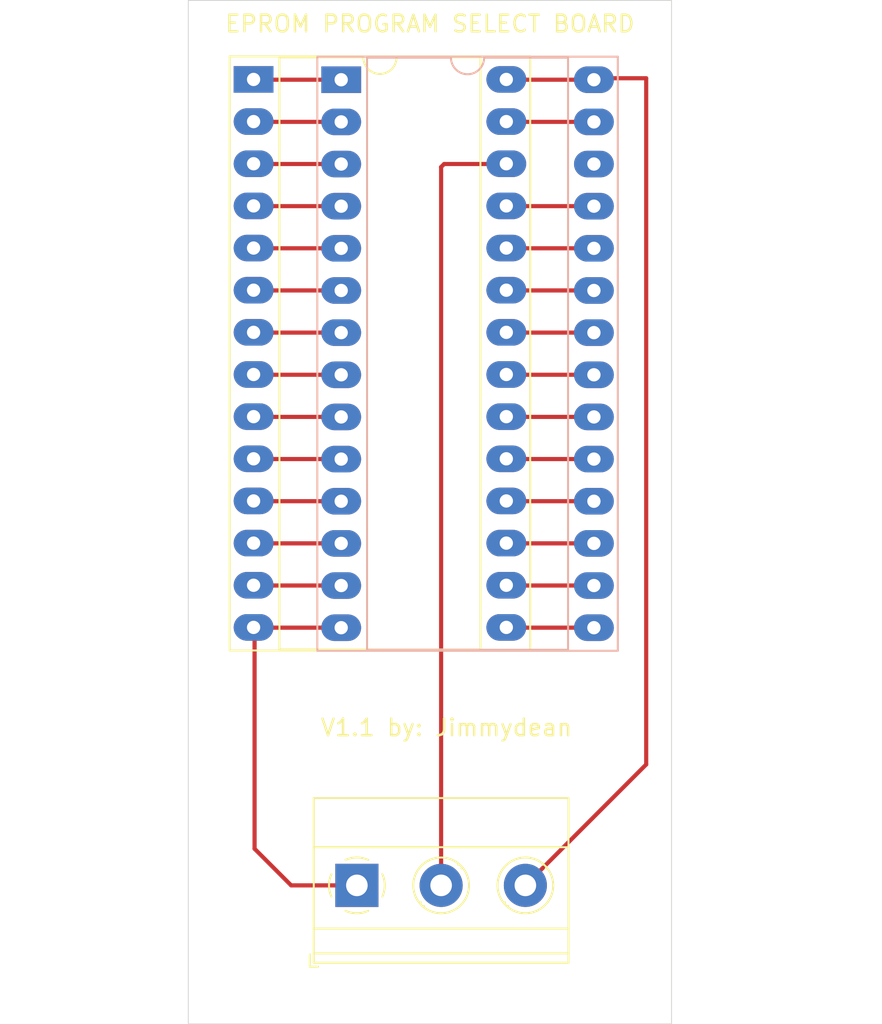
<source format=kicad_pcb>
(kicad_pcb (version 20211014) (generator pcbnew)
  (layers (0 "F.Cu" signal) (31 "B.Cu" signal) (34 "B.Paste" user) (35 "F.Paste" user) (36 "B.SilkS" user "B.Silkscreen") (37 "F.SilkS" user "F.Silkscreen") (38 "B.Mask" user) (39 "F.Mask" user) (44 "Edge.Cuts" user))
  (net 0 "")
  (footprint "Package_DIP:DIP-28_W15.24mm_Socket_LongPads" (layer "F.Cu") (at 60.792204 28.482025)
    (fp_text reference "REF**" hide)
    (fp_text value "DIP-28_W15.24mm_Socket_LongPads")
    (fp_line (start -1.44 -1.39) (end -1.44 34.41) (layer "B.SilkS") (width 0.12))
    (fp_line (start 1.56 34.35) (end 13.68 34.35) (layer "B.SilkS") (width 0.12))
    (fp_line (start 1.56 -1.33) (end 1.56 34.35) (layer "B.SilkS") (width 0.12))
    (fp_line (start 13.68 -1.33) (end 8.62 -1.33) (layer "B.SilkS") (width 0.12))
    (fp_line (start 13.68 34.35) (end 13.68 -1.33) (layer "B.SilkS") (width 0.12))
    (fp_line (start 16.68 34.41) (end 16.68 -1.39) (layer "B.SilkS") (width 0.12))
    (fp_line (start -1.44 34.41) (end 16.68 34.41) (layer "B.SilkS") (width 0.12))
    (fp_line (start 6.62 -1.33) (end 1.56 -1.33) (layer "B.SilkS") (width 0.12))
    (fp_line (start 16.68 -1.39) (end -1.44 -1.39) (layer "B.SilkS") (width 0.12))
    (fp_arc (start 8.62 -1.33) (mid 7.62 -0.33) (end 6.62 -1.33) (layer "B.SilkS") (width 0.12))
    (pad "1" thru_hole rect (at 0 0) (size 2.4 1.6) (drill 0.8) (layers *.Cu *.Mask))
    (pad "2" thru_hole oval (at 0 2.54) (size 2.4 1.6) (drill 0.8) (layers *.Cu *.Mask))
    (pad "3" thru_hole oval (at 0 5.08) (size 2.4 1.6) (drill 0.8) (layers *.Cu *.Mask))
    (pad "4" thru_hole oval (at 0 7.62) (size 2.4 1.6) (drill 0.8) (layers *.Cu *.Mask))
    (pad "5" thru_hole oval (at 0 10.16) (size 2.4 1.6) (drill 0.8) (layers *.Cu *.Mask))
    (pad "6" thru_hole oval (at 0 12.7) (size 2.4 1.6) (drill 0.8) (layers *.Cu *.Mask))
    (pad "7" thru_hole oval (at 0 15.24) (size 2.4 1.6) (drill 0.8) (layers *.Cu *.Mask))
    (pad "8" thru_hole oval (at 0 17.78) (size 2.4 1.6) (drill 0.8) (layers *.Cu *.Mask))
    (pad "9" thru_hole oval (at 0 20.32) (size 2.4 1.6) (drill 0.8) (layers *.Cu *.Mask))
    (pad "10" thru_hole oval (at 0 22.86) (size 2.4 1.6) (drill 0.8) (layers *.Cu *.Mask))
    (pad "11" thru_hole oval (at 0 25.4) (size 2.4 1.6) (drill 0.8) (layers *.Cu *.Mask))
    (pad "12" thru_hole oval (at 0 27.94) (size 2.4 1.6) (drill 0.8) (layers *.Cu *.Mask))
    (pad "13" thru_hole oval (at 0 30.48) (size 2.4 1.6) (drill 0.8) (layers *.Cu *.Mask))
    (pad "14" thru_hole oval (at 0 33.02) (size 2.4 1.6) (drill 0.8) (layers *.Cu *.Mask))
    (pad "15" thru_hole oval (at 15.24 33.02) (size 2.4 1.6) (drill 0.8) (layers *.Cu *.Mask))
    (pad "16" thru_hole oval (at 15.24 30.48) (size 2.4 1.6) (drill 0.8) (layers *.Cu *.Mask))
    (pad "17" thru_hole oval (at 15.24 27.94) (size 2.4 1.6) (drill 0.8) (layers *.Cu *.Mask))
    (pad "18" thru_hole oval (at 15.24 25.4) (size 2.4 1.6) (drill 0.8) (layers *.Cu *.Mask))
    (pad "19" thru_hole oval (at 15.24 22.86) (size 2.4 1.6) (drill 0.8) (layers *.Cu *.Mask))
    (pad "20" thru_hole oval (at 15.24 20.32) (size 2.4 1.6) (drill 0.8) (layers *.Cu *.Mask))
    (pad "21" thru_hole oval (at 15.24 17.78) (size 2.4 1.6) (drill 0.8) (layers *.Cu *.Mask))
    (pad "22" thru_hole oval (at 15.24 15.24) (size 2.4 1.6) (drill 0.8) (layers *.Cu *.Mask))
    (pad "23" thru_hole oval (at 15.24 12.7) (size 2.4 1.6) (drill 0.8) (layers *.Cu *.Mask))
    (pad "24" thru_hole oval (at 15.24 10.16) (size 2.4 1.6) (drill 0.8) (layers *.Cu *.Mask))
    (pad "25" thru_hole oval (at 15.24 7.62) (size 2.4 1.6) (drill 0.8) (layers *.Cu *.Mask))
    (pad "26" thru_hole oval (at 15.24 5.08) (size 2.4 1.6) (drill 0.8) (layers *.Cu *.Mask))
    (pad "27" thru_hole oval (at 15.24 2.54) (size 2.4 1.6) (drill 0.8) (layers *.Cu *.Mask))
    (pad "28" thru_hole oval (at 15.24 0) (size 2.4 1.6) (drill 0.8) (layers *.Cu *.Mask))
  )
  (footprint "Package_DIP:DIP-28_W15.24mm_Socket_LongPads" (layer "F.Cu") (at 55.50892 28.464478)
    (fp_text reference "EPROM PROGRAM SELECT BOARD" (at 10.637574 -3.356218) (layer "F.SilkS"))
    (fp_text value "DIP-28_W15.24mm_Socket_LongPads")
    (fp_line (start -1.44 -1.39) (end -1.44 34.41) (layer "F.SilkS") (width 0.12))
    (fp_line (start 1.56 34.35) (end 13.68 34.35) (layer "F.SilkS") (width 0.12))
    (fp_line (start -1.44 34.41) (end 16.68 34.41) (layer "F.SilkS") (width 0.12))
    (fp_line (start 16.68 -1.39) (end -1.44 -1.39) (layer "F.SilkS") (width 0.12))
    (fp_line (start 6.62 -1.33) (end 1.56 -1.33) (layer "F.SilkS") (width 0.12))
    (fp_line (start 1.56 -1.33) (end 1.56 34.35) (layer "F.SilkS") (width 0.12))
    (fp_line (start 13.68 34.35) (end 13.68 -1.33) (layer "F.SilkS") (width 0.12))
    (fp_line (start 16.68 34.41) (end 16.68 -1.39) (layer "F.SilkS") (width 0.12))
    (fp_line (start 13.68 -1.33) (end 8.62 -1.33) (layer "F.SilkS") (width 0.12))
    (fp_arc (start 8.62 -1.33) (mid 7.62 -0.33) (end 6.62 -1.33) (layer "F.SilkS") (width 0.12))
    (pad "1" thru_hole rect (at 0 0) (size 2.4 1.6) (drill 0.8) (layers *.Cu *.Mask))
    (pad "2" thru_hole oval (at 0 2.54) (size 2.4 1.6) (drill 0.8) (layers *.Cu *.Mask))
    (pad "3" thru_hole oval (at 0 5.08) (size 2.4 1.6) (drill 0.8) (layers *.Cu *.Mask))
    (pad "4" thru_hole oval (at 0 7.62) (size 2.4 1.6) (drill 0.8) (layers *.Cu *.Mask))
    (pad "5" thru_hole oval (at 0 10.16) (size 2.4 1.6) (drill 0.8) (layers *.Cu *.Mask))
    (pad "6" thru_hole oval (at 0 12.7) (size 2.4 1.6) (drill 0.8) (layers *.Cu *.Mask))
    (pad "7" thru_hole oval (at 0 15.24) (size 2.4 1.6) (drill 0.8) (layers *.Cu *.Mask))
    (pad "8" thru_hole oval (at 0 17.78) (size 2.4 1.6) (drill 0.8) (layers *.Cu *.Mask))
    (pad "9" thru_hole oval (at 0 20.32) (size 2.4 1.6) (drill 0.8) (layers *.Cu *.Mask))
    (pad "10" thru_hole oval (at 0 22.86) (size 2.4 1.6) (drill 0.8) (layers *.Cu *.Mask))
    (pad "11" thru_hole oval (at 0 25.4) (size 2.4 1.6) (drill 0.8) (layers *.Cu *.Mask))
    (pad "12" thru_hole oval (at 0 27.94) (size 2.4 1.6) (drill 0.8) (layers *.Cu *.Mask))
    (pad "13" thru_hole oval (at 0 30.48) (size 2.4 1.6) (drill 0.8) (layers *.Cu *.Mask))
    (pad "14" thru_hole oval (at 0 33.02) (size 2.4 1.6) (drill 0.8) (layers *.Cu *.Mask))
    (pad "15" thru_hole oval (at 15.24 33.02) (size 2.4 1.6) (drill 0.8) (layers *.Cu *.Mask))
    (pad "16" thru_hole oval (at 15.24 30.48) (size 2.4 1.6) (drill 0.8) (layers *.Cu *.Mask))
    (pad "17" thru_hole oval (at 15.24 27.94) (size 2.4 1.6) (drill 0.8) (layers *.Cu *.Mask))
    (pad "18" thru_hole oval (at 15.24 25.4) (size 2.4 1.6) (drill 0.8) (layers *.Cu *.Mask))
    (pad "19" thru_hole oval (at 15.24 22.86) (size 2.4 1.6) (drill 0.8) (layers *.Cu *.Mask))
    (pad "20" thru_hole oval (at 15.24 20.32) (size 2.4 1.6) (drill 0.8) (layers *.Cu *.Mask))
    (pad "21" thru_hole oval (at 15.24 17.78) (size 2.4 1.6) (drill 0.8) (layers *.Cu *.Mask))
    (pad "22" thru_hole oval (at 15.24 15.24) (size 2.4 1.6) (drill 0.8) (layers *.Cu *.Mask))
    (pad "23" thru_hole oval (at 15.24 12.7) (size 2.4 1.6) (drill 0.8) (layers *.Cu *.Mask))
    (pad "24" thru_hole oval (at 15.24 10.16) (size 2.4 1.6) (drill 0.8) (layers *.Cu *.Mask))
    (pad "25" thru_hole oval (at 15.24 7.62) (size 2.4 1.6) (drill 0.8) (layers *.Cu *.Mask))
    (pad "26" thru_hole oval (at 15.24 5.08) (size 2.4 1.6) (drill 0.8) (layers *.Cu *.Mask))
    (pad "27" thru_hole oval (at 15.24 2.54) (size 2.4 1.6) (drill 0.8) (layers *.Cu *.Mask))
    (pad "28" thru_hole oval (at 15.24 0) (size 2.4 1.6) (drill 0.8) (layers *.Cu *.Mask))
  )
  (footprint "TerminalBlock_Phoenix:TerminalBlock_Phoenix_MKDS-1,5-3-5.08_1x03_P5.08mm_Horizontal" (layer "F.Cu") (at 61.737854 77.030063)
    (fp_text reference "V1.1 by: Jimmydean" (at 5.402363 -9.508203) (layer "F.SilkS"))
    (fp_text value "TerminalBlock_Phoenix_MKDS-1,5-3-5.08_1x03_P5.08mm_Horizontal")
    (fp_line (start -2.6 4.66) (end 12.76 4.66) (layer "F.SilkS") (width 0.12))
    (fp_line (start -2.84 4.16) (end -2.84 4.9) (layer "F.SilkS") (width 0.12))
    (fp_line (start 6.355 -1.069) (end 6.308 -1.023) (layer "F.SilkS") (width 0.12))
    (fp_line (start 9.126 1.239) (end 9.091 1.274) (layer "F.SilkS") (width 0.12))
    (fp_line (start -2.84 4.9) (end -2.34 4.9) (layer "F.SilkS") (width 0.12))
    (fp_line (start 11.435 -1.069) (end 11.388 -1.023) (layer "F.SilkS") (width 0.12))
    (fp_line (start -2.6 -2.301) (end 12.76 -2.301) (layer "F.SilkS") (width 0.12))
    (fp_line (start -2.6 2.6) (end 12.76 2.6) (layer "F.SilkS") (width 0.12))
    (fp_line (start 11.23 -1.275) (end 11.195 -1.239) (layer "F.SilkS") (width 0.12))
    (fp_line (start -2.6 -5.261) (end 12.76 -5.261) (layer "F.SilkS") (width 0.12))
    (fp_line (start -2.6 -5.261) (end -2.6 4.66) (layer "F.SilkS") (width 0.12))
    (fp_line (start 4.046 1.239) (end 4.011 1.274) (layer "F.SilkS") (width 0.12))
    (fp_line (start 6.15 -1.275) (end 6.115 -1.239) (layer "F.SilkS") (width 0.12))
    (fp_line (start -2.6 4.1) (end 12.76 4.1) (layer "F.SilkS") (width 0.12))
    (fp_line (start 3.853 1.023) (end 3.806 1.069) (layer "F.SilkS") (width 0.12))
    (fp_line (start 12.76 -5.261) (end 12.76 4.66) (layer "F.SilkS") (width 0.12))
    (fp_line (start 8.933 1.023) (end 8.886 1.069) (layer "F.SilkS") (width 0.12))
    (fp_arc (start 1.535427 -0.683042) (mid 1.680501 0.000524) (end 1.535 0.684) (layer "F.SilkS") (width 0.12))
    (fp_arc (start -1.535427 0.683042) (mid -1.680501 -0.000524) (end -1.535 -0.684) (layer "F.SilkS") (width 0.12))
    (fp_arc (start -0.683042 -1.535427) (mid 0.000524 -1.680501) (end 0.684 -1.535) (layer "F.SilkS") (width 0.12))
    (fp_arc (start 0.683318 1.534756) (mid 0.349292 1.643288) (end 0 1.68) (layer "F.SilkS") (width 0.12))
    (fp_arc (start 0.028805 1.680253) (mid -0.335551 1.646659) (end -0.684 1.535) (layer "F.SilkS") (width 0.12))
    (fp_circle (center 5.08 0) (end 6.76 0) (layer "F.SilkS") (width 0.12) (fill none))
    (fp_circle (center 10.16 0) (end 11.84 0) (layer "F.SilkS") (width 0.12) (fill none))
    (pad "1" thru_hole rect (at 0 0) (size 2.6 2.6) (drill 1.3) (layers *.Cu *.Mask))
    (pad "2" thru_hole circle (at 5.08 0) (size 2.6 2.6) (drill 1.3) (layers *.Cu *.Mask))
    (pad "3" thru_hole circle (at 10.16 0) (size 2.6 2.6) (drill 1.3) (layers *.Cu *.Mask))
  )
  (gr_rect (start 80.712665 23.70224) (end 51.573349 85.369165) (layer "Edge.Cuts") (width 0.05) (fill none))
  (segment (start 66.817854 33.741156) (end 66.817854 77.030063) (width 0.25) (layer "F.Cu") (net 0))
  (segment (start 76.03017 56.419821) (end 76.117454 56.332537) (width 0.25) (layer "F.Cu") (net 0))
  (segment (start 60.79017 46.259821) (end 60.877454 46.172537) (width 0.25) (layer "F.Cu") (net 0))
  (segment (start 76.03017 36.099821) (end 76.117454 36.012537) (width 0.25) (layer "F.Cu") (net 0))
  (segment (start 79.184953 28.392537) (end 79.184953 69.742964) (width 0.25) (layer "F.Cu") (net 0))
  (segment (start 70.80845 36.099821) (end 76.03017 36.099821) (width 0.25) (layer "F.Cu") (net 0))
  (segment (start 60.79017 43.719821) (end 60.877454 43.632537) (width 0.25) (layer "F.Cu") (net 0))
  (segment (start 70.80845 38.639821) (end 76.03017 38.639821) (width 0.25) (layer "F.Cu") (net 0))
  (segment (start 70.80845 41.179821) (end 76.03017 41.179821) (width 0.25) (layer "F.Cu") (net 0))
  (segment (start 76.03017 61.499821) (end 76.117454 61.412537) (width 0.25) (layer "F.Cu") (net 0))
  (segment (start 70.80845 58.959821) (end 76.03017 58.959821) (width 0.25) (layer "F.Cu") (net 0))
  (segment (start 79.184953 69.742964) (end 71.897854 77.030063) (width 0.25) (layer "F.Cu") (net 0))
  (segment (start 60.79017 41.179821) (end 60.877454 41.092537) (width 0.25) (layer "F.Cu") (net 0))
  (segment (start 70.80845 31.019821) (end 76.03017 31.019821) (width 0.25) (layer "F.Cu") (net 0))
  (segment (start 66.999189 33.559821) (end 66.817854 33.741156) (width 0.25) (layer "F.Cu") (net 0))
  (segment (start 55.56845 74.823654) (end 55.56845 61.499821) (width 0.25) (layer "F.Cu") (net 0))
  (segment (start 55.56845 41.179821) (end 60.79017 41.179821) (width 0.25) (layer "F.Cu") (net 0))
  (segment (start 76.03017 48.799821) (end 76.117454 48.712537) (width 0.25) (layer "F.Cu") (net 0))
  (segment (start 60.79017 61.499821) (end 60.877454 61.412537) (width 0.25) (layer "F.Cu") (net 0))
  (segment (start 76.03017 38.639821) (end 76.117454 38.552537) (width 0.25) (layer "F.Cu") (net 0))
  (segment (start 55.56845 46.259821) (end 60.79017 46.259821) (width 0.25) (layer "F.Cu") (net 0))
  (segment (start 79.184953 28.392537) (end 76.117454 28.392537) (width 0.25) (layer "F.Cu") (net 0))
  (segment (start 60.79017 56.419821) (end 60.877454 56.332537) (width 0.25) (layer "F.Cu") (net 0))
  (segment (start 60.79017 28.479821) (end 60.877454 28.392537) (width 0.25) (layer "F.Cu") (net 0))
  (segment (start 61.737854 77.030063) (end 57.774859 77.030063) (width 0.25) (layer "F.Cu") (net 0))
  (segment (start 60.79017 38.639821) (end 60.877454 38.552537) (width 0.25) (layer "F.Cu") (net 0))
  (segment (start 55.56845 43.719821) (end 60.79017 43.719821) (width 0.25) (layer "F.Cu") (net 0))
  (segment (start 70.80845 53.879821) (end 76.03017 53.879821) (width 0.25) (layer "F.Cu") (net 0))
  (segment (start 60.79017 51.339821) (end 60.877454 51.252537) (width 0.25) (layer "F.Cu") (net 0))
  (segment (start 55.56845 36.099821) (end 60.79017 36.099821) (width 0.25) (layer "F.Cu") (net 0))
  (segment (start 70.80845 43.719821) (end 76.03017 43.719821) (width 0.25) (layer "F.Cu") (net 0))
  (segment (start 70.80845 56.419821) (end 76.03017 56.419821) (width 0.25) (layer "F.Cu") (net 0))
  (segment (start 76.03017 41.179821) (end 76.117454 41.092537) (width 0.25) (layer "F.Cu") (net 0))
  (segment (start 70.80845 48.799821) (end 76.03017 48.799821) (width 0.25) (layer "F.Cu") (net 0))
  (segment (start 57.774859 77.030063) (end 55.56845 74.823654) (width 0.25) (layer "F.Cu") (net 0))
  (segment (start 76.03017 28.479821) (end 76.117454 28.392537) (width 0.25) (layer "F.Cu") (net 0))
  (segment (start 60.79017 53.879821) (end 60.877454 53.792537) (width 0.25) (layer "F.Cu") (net 0))
  (segment (start 55.56845 31.019821) (end 60.79017 31.019821) (width 0.25) (layer "F.Cu") (net 0))
  (segment (start 60.79017 36.099821) (end 60.877454 36.012537) (width 0.25) (layer "F.Cu") (net 0))
  (segment (start 60.79017 48.799821) (end 60.877454 48.712537) (width 0.25) (layer "F.Cu") (net 0))
  (segment (start 55.56845 38.639821) (end 60.79017 38.639821) (width 0.25) (layer "F.Cu") (net 0))
  (segment (start 55.56845 56.419821) (end 60.79017 56.419821) (width 0.25) (layer "F.Cu") (net 0))
  (segment (start 55.56845 33.559821) (end 60.79017 33.559821) (width 0.25) (layer "F.Cu") (net 0))
  (segment (start 70.80845 28.479821) (end 76.03017 28.479821) (width 0.25) (layer "F.Cu") (net 0))
  (segment (start 55.56845 61.499821) (end 60.79017 61.499821) (width 0.25) (layer "F.Cu") (net 0))
  (segment (start 60.79017 31.019821) (end 60.877454 30.932537) (width 0.25) (layer "F.Cu") (net 0))
  (segment (start 70.80845 33.559821) (end 66.999189 33.559821) (width 0.25) (layer "F.Cu") (net 0))
  (segment (start 70.80845 61.499821) (end 76.03017 61.499821) (width 0.25) (layer "F.Cu") (net 0))
  (segment (start 76.03017 53.879821) (end 76.117454 53.792537) (width 0.25) (layer "F.Cu") (net 0))
  (segment (start 55.56845 28.479821) (end 60.79017 28.479821) (width 0.25) (layer "F.Cu") (net 0))
  (segment (start 70.80845 46.259821) (end 76.03017 46.259821) (width 0.25) (layer "F.Cu") (net 0))
  (segment (start 76.03017 43.719821) (end 76.117454 43.632537) (width 0.25) (layer "F.Cu") (net 0))
  (segment (start 60.79017 33.559821) (end 60.877454 33.472537) (width 0.25) (layer "F.Cu") (net 0))
  (segment (start 60.79017 58.959821) (end 60.877454 58.872537) (width 0.25) (layer "F.Cu") (net 0))
  (segment (start 55.56845 58.959821) (end 60.79017 58.959821) (width 0.25) (layer "F.Cu") (net 0))
  (segment (start 76.03017 46.259821) (end 76.117454 46.172537) (width 0.25) (layer "F.Cu") (net 0))
  (segment (start 70.80845 51.339821) (end 76.03017 51.339821) (width 0.25) (layer "F.Cu") (net 0))
  (segment (start 55.56845 51.339821) (end 60.79017 51.339821) (width 0.25) (layer "F.Cu") (net 0))
  (segment (start 76.03017 51.339821) (end 76.117454 51.252537) (width 0.25) (layer "F.Cu") (net 0))
  (segment (start 55.56845 48.799821) (end 60.79017 48.799821) (width 0.25) (layer "F.Cu") (net 0))
  (segment (start 55.56845 53.879821) (end 60.79017 53.879821) (width 0.25) (layer "F.Cu") (net 0))
  (segment (start 76.03017 31.019821) (end 76.117454 30.932537) (width 0.25) (layer "F.Cu") (net 0))
  (segment (start 76.03017 58.959821) (end 76.117454 58.872537) (width 0.25) (layer "F.Cu") (net 0))
)
</source>
